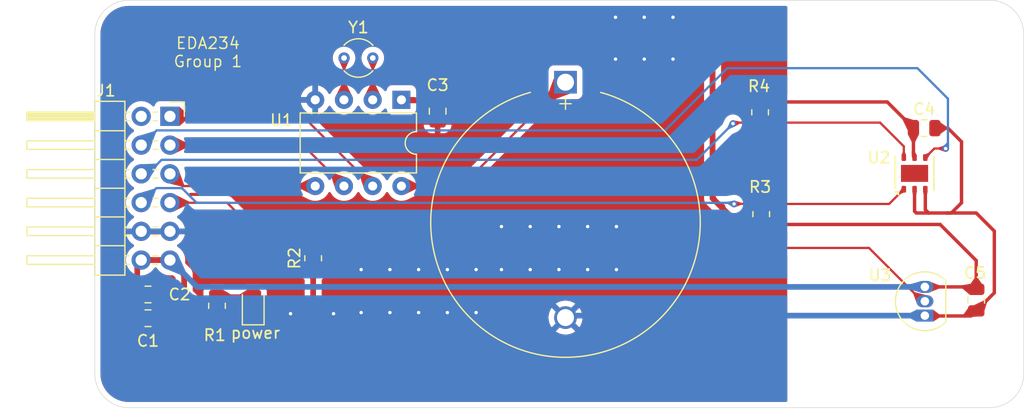
<source format=kicad_pcb>
(kicad_pcb (version 20240108) (generator "pcbnew") (generator_version "8.0")
  (layers (0 "F.Cu" signal) (31 "B.Cu" signal) (34 "B.Paste" user) (35 "F.Paste" user) (36 "B.SilkS" user "B.Silkscreen") (37 "F.SilkS" user "F.Silkscreen") (38 "B.Mask" user) (39 "F.Mask" user) (44 "Edge.Cuts" user))
  (net 0 "")
  (net 1 "+3.3V")
  (net 2 "GND")
  (net 3 "SDA")
  (net 4 "SCL")
  (net 5 "INT")
  (net 6 "CLK_rtl")
  (net 7 "RST_rtl")
  (net 8 "DAT")
  (net 9 "DQ")
  (net 10 "Net-(power1-A)")
  (net 12 "Net-(U3-X1)")
  (net 13 "Net-(U3-X2)")
  (net 14 "Net-(BT1-+)")
  (footprint "Connector_PinHeader_2.54mm:PinHeader_2x06_P2.54mm_Horizontal" (layer "F.Cu") (at 106.52 76.66)
    (property "Reference" "J1" (at 4.965 -2.27 0) (layer "F.SilkS"))
    (property "Value" "Conn_02x06_Top_Bottom")
    (fp_line (start -2.02 -0.38) (end -2.02 0.38) (stroke (width 0.12)) (layer "F.SilkS"))
    (fp_line (start -2.02 0.38) (end 3.98 0.38) (stroke (width 0.12)) (layer "F.SilkS"))
    (fp_line (start -2.02 2.16) (end -2.02 2.92) (stroke (width 0.12)) (layer "F.SilkS"))
    (fp_line (start -2.02 2.92) (end 3.98 2.92) (stroke (width 0.12)) (layer "F.SilkS"))
    (fp_line (start -2.02 4.7) (end -2.02 5.46) (stroke (width 0.12)) (layer "F.SilkS"))
    (fp_line (start -2.02 5.46) (end 3.98 5.46) (stroke (width 0.12)) (layer "F.SilkS"))
    (fp_line (start -2.02 7.24) (end -2.02 8) (stroke (width 0.12)) (layer "F.SilkS"))
    (fp_line (start -2.02 8) (end 3.98 8) (stroke (width 0.12)) (layer "F.SilkS"))
    (fp_line (start -2.02 9.78) (end -2.02 10.54) (stroke (width 0.12)) (layer "F.SilkS"))
    (fp_line (start -2.02 10.54) (end 3.98 10.54) (stroke (width 0.12)) (layer "F.SilkS"))
    (fp_line (start -2.02 12.32) (end -2.02 13.08) (stroke (width 0.12)) (layer "F.SilkS"))
    (fp_line (start -2.02 13.08) (end 3.98 13.08) (stroke (width 0.12)) (layer "F.SilkS"))
    (fp_line (start 3.98 -1.33) (end 6.64 -1.33) (stroke (width 0.12)) (layer "F.SilkS"))
    (fp_line (start 3.98 -0.38) (end -2.02 -0.38) (stroke (width 0.12)) (layer "F.SilkS"))
    (fp_line (start 3.98 -0.32) (end -2.02 -0.32) (stroke (width 0.12)) (layer "F.SilkS"))
    (fp_line (start 3.98 -0.2) (end -2.02 -0.2) (stroke (width 0.12)) (layer "F.SilkS"))
    (fp_line (start 3.98 -0.08) (end -2.02 -0.08) (stroke (width 0.12)) (layer "F.SilkS"))
    (fp_line (start 3.98 0.04) (end -2.02 0.04) (stroke (width 0.12)) (layer "F.SilkS"))
    (fp_line (start 3.98 0.16) (end -2.02 0.16) (stroke (width 0.12)) (layer "F.SilkS"))
    (fp_line (start 3.98 0.28) (end -2.02 0.28) (stroke (width 0.12)) (layer "F.SilkS"))
    (fp_line (start 3.98 2.16) (end -2.02 2.16) (stroke (width 0.12)) (layer "F.SilkS"))
    (fp_line (start 3.98 4.7) (end -2.02 4.7) (stroke (width 0.12)) (layer "F.SilkS"))
    (fp_line (start 3.98 7.24) (end -2.02 7.24) (stroke (width 0.12)) (layer "F.SilkS"))
    (fp_line (start 3.98 9.78) (end -2.02 9.78) (stroke (width 0.12)) (layer "F.SilkS"))
    (fp_line (start 3.98 12.32) (end -2.02 12.32) (stroke (width 0.12)) (layer "F.SilkS"))
    (fp_line (start 3.98 14.03) (end 3.98 -1.33) (stroke (width 0.12)) (layer "F.SilkS"))
    (fp_line (start 6.64 -1.33) (end 6.64 14.03) (stroke (width 0.12)) (layer "F.SilkS"))
    (fp_line (start 6.64 1.27) (end 3.98 1.27) (stroke (width 0.12)) (layer "F.SilkS"))
    (fp_line (start 6.64 3.81) (end 3.98 3.81) (stroke (width 0.12)) (layer "F.SilkS"))
    (fp_line (start 6.64 6.35) (end 3.98 6.35) (stroke (width 0.12)) (layer "F.SilkS"))
    (fp_line (start 6.64 8.89) (end 3.98 8.89) (stroke (width 0.12)) (layer "F.SilkS"))
    (fp_line (start 6.64 11.43) (end 3.98 11.43) (stroke (width 0.12)) (layer "F.SilkS"))
    (fp_line (start 6.64 14.03) (end 3.98 14.03) (stroke (width 0.12)) (layer "F.SilkS"))
    (fp_line (start 7.037071 -0.38) (end 6.64 -0.38) (stroke (width 0.12)) (layer "F.SilkS"))
    (fp_line (start 7.037071 0.38) (end 6.64 0.38) (stroke (width 0.12)) (layer "F.SilkS"))
    (fp_line (start 7.037071 2.16) (end 6.64 2.16) (stroke (width 0.12)) (layer "F.SilkS"))
    (fp_line (start 7.037071 2.92) (end 6.64 2.92) (stroke (width 0.12)) (layer "F.SilkS"))
    (fp_line (start 7.037071 4.7) (end 6.64 4.7) (stroke (width 0.12)) (layer "F.SilkS"))
    (fp_line (start 7.037071 5.46) (end 6.64 5.46) (stroke (width 0.12)) (layer "F.SilkS"))
    (fp_line (start 7.037071 7.24) (end 6.64 7.24) (stroke (width 0.12)) (layer "F.SilkS"))
    (fp_line (start 7.037071 8) (end 6.64 8) (stroke (width 0.12)) (layer "F.SilkS"))
    (fp_line (start 7.037071 9.78) (end 6.64 9.78) (stroke (width 0.12)) (layer "F.SilkS"))
    (fp_line (start 7.037071 10.54) (end 6.64 10.54) (stroke (width 0.12)) (layer "F.SilkS"))
    (fp_line (start 7.037071 12.32) (end 6.64 12.32) (stroke (width 0.12)) (layer "F.SilkS"))
    (fp_line (start 7.037071 13.08) (end 6.64 13.08) (stroke (width 0.12)) (layer "F.SilkS"))
    (fp_line (start 9.51 -0.38) (end 9.122929 -0.38) (stroke (width 0.12)) (layer "F.SilkS"))
    (fp_line (start 9.51 0.38) (end 9.122929 0.38) (stroke (width 0.12)) (layer "F.SilkS"))
    (fp_line (start 9.577071 2.16) (end 9.122929 2.16) (stroke (width 0.12)) (layer "F.SilkS"))
    (fp_line (start 9.577071 2.92) (end 9.122929 2.92) (stroke (width 0.12)) (layer "F.SilkS"))
    (fp_line (start 9.577071 4.7) (end 9.122929 4.7) (stroke (width 0.12)) (layer "F.SilkS"))
    (fp_line (start 9.577071 5.46) (end 9.122929 5.46) (stroke (width 0.12)) (layer "F.SilkS"))
    (fp_line (start 9.577071 7.24) (end 9.122929 7.24) (stroke (width 0.12)) (layer "F.SilkS"))
    (fp_line (start 9.577071 8) (end 9.122929 8) (stroke (width 0.12)) (layer "F.SilkS"))
    (fp_line (start 9.577071 9.78) (end 9.122929 9.78) (stroke (width 0.12)) (layer "F.SilkS"))
    (fp_line (start 9.577071 10.54) (end 9.122929 10.54) (stroke (width 0.12)) (layer "F.SilkS"))
    (fp_line (start 9.577071 12.32) (end 9.122929 12.32) (stroke (width 0.12)) (layer "F.SilkS"))
    (fp_line (start 9.577071 13.08) (end 9.122929 13.08) (stroke (width 0.12)) (layer "F.SilkS"))
    (fp_line (start 11.89 -1.27) (end 10.62 -1.27) (stroke (width 0.12)) (layer "F.SilkS"))
    (fp_line (start 11.89 0) (end 11.89 -1.27) (stroke (width 0.12)) (layer "F.SilkS"))
    (pad "1" thru_hole rect (at 10.62 0) (size 1.7 1.7) (drill 1) (layers "*.Cu" "*.Mask") (net 6 "CLK_rtl"))
    (pad "2" thru_hole oval (at 10.62 2.54) (size 1.7 1.7) (drill 1) (layers "*.Cu" "*.Mask") (net 8 "DAT"))
    (pad "3" thru_hole oval (at 10.62 5.08) (size 1.7 1.7) (drill 1) (layers "*.Cu" "*.Mask") (net 7 "RST_rtl"))
    (pad "4" thru_hole oval (at 10.62 7.62) (size 1.7 1.7) (drill 1) (layers "*.Cu" "*.Mask") (net 9 "DQ"))
    (pad "5" thru_hole oval (at 10.62 10.16) (size 1.7 1.7) (drill 1) (layers "*.Cu" "*.Mask") (net 2 "GND"))
    (pad "6" thru_hole oval (at 10.62 12.7) (size 1.7 1.7) (drill 1) (layers "*.Cu" "*.Mask") (net 1 "+3.3V"))
    (pad "7" thru_hole oval (at 8.08 0) (size 1.7 1.7) (drill 1) (layers "*.Cu" "*.Mask"))
    (pad "8" thru_hole oval (at 8.08 2.54) (size 1.7 1.7) (drill 1) (layers "*.Cu" "*.Mask") (net 5 "INT"))
    (pad "9" thru_hole oval (at 8.08 5.08) (size 1.7 1.7) (drill 1) (layers "*.Cu" "*.Mask") (net 4 "SCL"))
    (pad "10" thru_hole oval (at 8.08 7.62) (size 1.7 1.7) (drill 1) (layers "*.Cu" "*.Mask") (net 3 "SDA"))
    (pad "11" thru_hole oval (at 8.08 10.16) (size 1.7 1.7) (drill 1) (layers "*.Cu" "*.Mask") (net 2 "GND"))
    (pad "12" thru_hole oval (at 8.08 12.7) (size 1.7 1.7) (drill 1) (layers "*.Cu" "*.Mask") (net 1 "+3.3V"))
  )
  (footprint "Battery:BatteryHolder_MYOUNG_BS-07-A1BJ001_CR2032" (layer "F.Cu") (at 152.1 73.642546 -90)
    (property "Reference" "BT1" (hide yes))
    (property "Value" "Battery_Cell" (hide yes))
    (fp_line (start 1.4 0) (end 2.4 0) (stroke (width 0.12)) (layer "F.SilkS"))
    (fp_line (start 1.9 -0.5) (end 1.9 0.5) (stroke (width 0.12)) (layer "F.SilkS"))
    (fp_arc (start 0.900001 -3.1) (mid 24.310499 0) (end 0.900001 3.1) (stroke (width 0.12)) (layer "F.SilkS"))
    (pad "1" thru_hole rect (at 0 0 90) (size 2 2) (drill 1.5) (layers "*.Cu" "*.Mask") (net 14 "Net-(BT1-+)"))
    (pad "2" thru_hole circle (at 20.8 0 90) (size 2 2) (drill 1.5) (layers "*.Cu" "*.Mask") (net 2 "GND"))
  )
  (footprint "LED_SMD:LED_0805_2012Metric" (layer "F.Cu") (at 124.5 93.4 90)
    (property "Reference" "power" (at -2.4 0.2 180) (layer "F.SilkS"))
    (property "Value" "LED")
    (fp_line (start 1 -0.96) (end -1.685 -0.96) (stroke (width 0.12)) (layer "F.SilkS"))
    (fp_line (start -1.685 -0.96) (end -1.685 0.96) (stroke (width 0.12)) (layer "F.SilkS"))
    (fp_line (start -1.685 0.96) (end 1 0.96) (stroke (width 0.12)) (layer "F.SilkS"))
    (pad "1" smd roundrect (at -0.9375 0 90) (size 0.975 1.4) (layers "F.Cu" "F.Paste" "F.Mask") (net 2 "GND"))
    (pad "2" smd roundrect (at 0.9375 0 90) (size 0.975 1.4) (layers "F.Cu" "F.Paste" "F.Mask") (net 10 "Net-(power1-A)"))
  )
  (footprint "Capacitor_SMD:C_0805_2012Metric" (layer "F.Cu") (at 188.4 92.9 -90)
    (property "Reference" "C5" (at -2.4 0.1 180) (layer "F.SilkS"))
    (property "Value" "100n" (hide yes))
    (fp_line (start -0.261252 0.735) (end 0.261252 0.735) (stroke (width 0.12)) (layer "F.SilkS"))
    (fp_line (start -0.261252 -0.735) (end 0.261252 -0.735) (stroke (width 0.12)) (layer "F.SilkS"))
    (pad "1" smd roundrect (at -0.95 0 270) (size 1 1.45) (layers "F.Cu" "F.Paste" "F.Mask") (net 1 "+3.3V"))
    (pad "2" smd roundrect (at 0.95 0 270) (size 1 1.45) (layers "F.Cu" "F.Paste" "F.Mask") (net 2 "GND"))
  )
  (footprint "Crystal:Crystal_AT310_D3.0mm_L10.0mm_Vertical" (layer "F.Cu") (at 132.53 71.5)
    (property "Reference" "Y1" (at 1.27 -2.7 0) (layer "F.SilkS"))
    (property "Value" "Crystal" (hide yes))
    (fp_arc (start 0 -1.130088) (mid 1.270408 -1.7) (end 2.540542 -1.129479) (stroke (width 0.12)) (layer "F.SilkS"))
    (fp_arc (start 2.540542 1.129479) (mid 1.270408 1.7) (end 0 1.130088) (stroke (width 0.12)) (layer "F.SilkS"))
    (pad "1" thru_hole circle (at 0 0) (size 1 1) (drill 0.5) (layers "*.Cu" "*.Mask") (net 13 "Net-(U3-X2)"))
    (pad "2" thru_hole circle (at 2.54 0) (size 1 1) (drill 0.5) (layers "*.Cu" "*.Mask") (net 12 "Net-(U3-X1)"))
  )
  (footprint "Capacitor_SMD:C_0805_2012Metric" (layer "F.Cu") (at 115.2 94.5)
    (property "Reference" "C1" (at 0 2 0) (layer "F.SilkS"))
    (property "Value" "100n" (hide yes))
    (fp_line (start -0.261252 -0.735) (end 0.261252 -0.735) (stroke (width 0.12)) (layer "F.SilkS"))
    (fp_line (start -0.261252 0.735) (end 0.261252 0.735) (stroke (width 0.12)) (layer "F.SilkS"))
    (pad "1" smd roundrect (at -0.95 0) (size 1 1.45) (layers "F.Cu" "F.Paste" "F.Mask") (net 1 "+3.3V"))
    (pad "2" smd roundrect (at 0.95 0) (size 1 1.45) (layers "F.Cu" "F.Paste" "F.Mask") (net 2 "GND"))
  )
  (footprint "Capacitor_SMD:C_0805_2012Metric" (layer "F.Cu") (at 115.2 92.4)
    (property "Reference" "C2" (at 2.8 0 0) (layer "F.SilkS"))
    (property "Value" "10u")
    (fp_line (start -0.261252 -0.735) (end 0.261252 -0.735) (stroke (width 0.12)) (layer "F.SilkS"))
    (fp_line (start -0.261252 0.735) (end 0.261252 0.735) (stroke (width 0.12)) (layer "F.SilkS"))
    (pad "1" smd roundrect (at -0.95 0) (size 1 1.45) (layers "F.Cu" "F.Paste" "F.Mask") (net 1 "+3.3V"))
    (pad "2" smd roundrect (at 0.95 0) (size 1 1.45) (layers "F.Cu" "F.Paste" "F.Mask") (net 2 "GND"))
  )
  (footprint "Capacitor_SMD:C_0805_2012Metric" (layer "F.Cu") (at 140.8 76.2 -90)
    (property "Reference" "C3" (at -2.3 0 0) (layer "F.SilkS"))
    (property "Value" "100n" (hide yes))
    (fp_line (start -0.261252 0.735) (end 0.261252 0.735) (stroke (width 0.12)) (layer "F.SilkS"))
    (fp_line (start -0.261252 -0.735) (end 0.261252 -0.735) (stroke (width 0.12)) (layer "F.SilkS"))
    (pad "1" smd roundrect (at -0.95 0 270) (size 1 1.45) (layers "F.Cu" "F.Paste" "F.Mask") (net 1 "+3.3V"))
    (pad "2" smd roundrect (at 0.95 0 270) (size 1 1.45) (layers "F.Cu" "F.Paste" "F.Mask") (net 2 "GND"))
  )
  (footprint "Package_DIP:DIP-8_W7.62mm" (layer "F.Cu") (at 137.6 75.2 -90)
    (property "Reference" "U1" (at 1.8 10.6 0) (layer "F.SilkS"))
    (property "Value" "DS1302+" (hide yes))
    (fp_line (start 1.16 8.95) (end 6.46 8.95) (stroke (width 0.12)) (layer "F.SilkS"))
    (fp_line (start 6.46 8.95) (end 6.46 -1.33) (stroke (width 0.12)) (layer "F.SilkS"))
    (fp_line (start 1.16 -1.33) (end 1.16 8.95) (stroke (width 0.12)) (layer "F.SilkS"))
    (fp_line (start 2.81 -1.33) (end 1.16 -1.33) (stroke (width 0.12)) (layer "F.SilkS"))
    (fp_line (start 6.46 -1.33) (end 4.81 -1.33) (stroke (width 0.12)) (layer "F.SilkS"))
    (fp_arc (start 4.81 -1.33) (mid 3.81 -0.33) (end 2.81 -1.33) (stroke (width 0.12)) (layer "F.SilkS"))
    (pad "1" thru_hole rect (at 0 0 270) (size 1.6 1.6) (drill 0.8) (layers "*.Cu" "*.Mask") (net 1 "+3.3V"))
    (pad "2" thru_hole oval (at 0 2.54 270) (size 1.6 1.6) (drill 0.8) (layers "*.Cu" "*.Mask") (net 12 "Net-(U3-X1)"))
    (pad "3" thru_hole oval (at 0 5.08 270) (size 1.6 1.6) (drill 0.8) (layers "*.Cu" "*.Mask") (net 13 "Net-(U3-X2)"))
    (pad "4" thru_hole oval (at 0 7.62 270) (size 1.6 1.6) (drill 0.8) (layers "*.Cu" "*.Mask") (net 2 "GND"))
    (pad "5" thru_hole oval (at 7.62 7.62 270) (size 1.6 1.6) (drill 0.8) (layers "*.Cu" "*.Mask") (net 7 "RST_rtl"))
    (pad "6" thru_hole oval (at 7.62 5.08 270) (size 1.6 1.6) (drill 0.8) (layers "*.Cu" "*.Mask") (net 8 "DAT"))
    (pad "7" thru_hole oval (at 7.62 2.54 270) (size 1.6 1.6) (drill 0.8) (layers "*.Cu" "*.Mask") (net 6 "CLK_rtl"))
    (pad "8" thru_hole oval (at 7.62 0 270) (size 1.6 1.6) (drill 0.8) (layers "*.Cu" "*.Mask") (net 14 "Net-(BT1-+)"))
  )
  (footprint "Resistor_SMD:R_0805_2012Metric" (layer "F.Cu") (at 169.4 85.3 90)
    (property "Reference" "R3" (at 2.4 -0.1 0) (layer "F.SilkS"))
    (property "Value" "4.7k" (hide yes))
    (fp_line (start -0.227064 -0.735) (end 0.227064 -0.735) (stroke (width 0.12)) (layer "F.SilkS"))
    (fp_line (start -0.227064 0.735) (end 0.227064 0.735) (stroke (width 0.12)) (layer "F.SilkS"))
    (pad "1" smd roundrect (at -0.9125 0 90) (size 1.025 1.4) (layers "F.Cu" "F.Paste" "F.Mask") (roundrect_rratio 0.243902) (net 1 "+3.3V"))
    (pad "2" smd roundrect (at 0.9125 0 90) (size 1.025 1.4) (layers "F.Cu" "F.Paste" "F.Mask") (roundrect_rratio 0.243902) (net 3 "SDA"))
  )
  (footprint "Resistor_SMD:R_0805_2012Metric" (layer "F.Cu") (at 121.3 93.4 90)
    (property "Reference" "R1" (at -2.6 -0.2 180) (layer "F.SilkS"))
    (property "Value" "R")
    (fp_line (start -0.227064 -0.735) (end 0.227064 -0.735) (stroke (width 0.12)) (layer "F.SilkS"))
    (fp_line (start -0.227064 0.735) (end 0.227064 0.735) (stroke (width 0.12)) (layer "F.SilkS"))
    (pad "1" smd roundrect (at -0.9125 0 90) (size 1.025 1.4) (layers "F.Cu" "F.Paste" "F.Mask") (roundrect_rratio 0.243902) (net 1 "+3.3V"))
    (pad "2" smd roundrect (at 0.9125 0 90) (size 1.025 1.4) (layers "F.Cu" "F.Paste" "F.Mask") (roundrect_rratio 0.243902) (net 10 "Net-(power1-A)"))
  )
  (footprint "Package_SON:Texas_PWSON-N6" (layer "F.Cu") (at 182.95 81.7 90)
    (property "Reference" "U2" (at 1.4 -3.15 180) (layer "F.SilkS"))
    (property "Value" "HDC2080" (hide yes))
    (fp_line (start 1.475 -1.7) (end -1.3 -1.7) (stroke (width 0.15)) (layer "F.SilkS"))
    (fp_line (start 1.475 1.7) (end -1.475 1.7) (stroke (width 0.15)) (layer "F.SilkS"))
    (fp_poly (pts (xy -1.62 -1.41) (xy -1.9 -1.41) (xy -1.62 -1.69) (xy -1.62 -1.41)) (stroke (width 0.12)) (fill solid) (layer "F.SilkS"))
    (pad "1" smd roundrect (at -1.4 -0.95 90) (size 0.6 0.4) (layers "F.Cu" "F.Paste" "F.Mask") (net 3 "SDA"))
    (pad "2" smd roundrect (at -1.4 0 90) (size 0.6 0.4) (layers "F.Cu" "F.Paste" "F.Mask") (net 2 "GND"))
    (pad "3" smd roundrect (at -1.4 0.95 90) (size 0.6 0.4) (layers "F.Cu" "F.Paste" "F.Mask") (net 2 "GND"))
    (pad "4" smd roundrect (at 1.4 0.95 90) (size 0.6 0.4) (layers "F.Cu" "F.Paste" "F.Mask") (net 5 "INT"))
    (pad "5" smd roundrect (at 1.4 0 90) (size 0.6 0.4) (layers "F.Cu" "F.Paste" "F.Mask") (net 1 "+3.3V"))
    (pad "6" smd roundrect (at 1.4 -0.95 90) (size 0.6 0.4) (layers "F.Cu" "F.Paste" "F.Mask") (net 4 "SCL"))
    (pad "7" smd rect (at 0 0 90) (size 1.5 2.4) (layers "F.Cu" "F.Mask"))
  )
  (footprint "Resistor_SMD:R_0805_2012Metric" (layer "F.Cu") (at 129.8 89.2 90)
    (property "Reference" "R2" (at 0 -1.65 90) (layer "F.SilkS"))
    (property "Value" "4.7k")
    (fp_line (start -0.227064 -0.735) (end 0.227064 -0.735) (stroke (width 0.12)) (layer "F.SilkS"))
    (fp_line (start -0.227064 0.735) (end 0.227064 0.735) (stroke (width 0.12)) (layer "F.SilkS"))
    (pad "1" smd roundrect (at -0.9125 0 90) (size 1.025 1.4) (layers "F.Cu" "F.Paste" "F.Mask") (roundrect_rratio 0.243902) (net 1 "+3.3V"))
    (pad "2" smd roundrect (at 0.9125 0 90) (size 1.025 1.4) (layers "F.Cu" "F.Paste" "F.Mask") (roundrect_rratio 0.243902) (net 9 "DQ"))
  )
  (footprint "Package_TO_SOT_THT:TO-92_Inline" (layer "F.Cu") (at 183.86 94.27 90)
    (property "Reference" "U3" (at 3.57 -3.96 180) (layer "F.SilkS"))
    (property "Value" "DS18S20" (hide yes))
    (fp_line (start -0.53 1.85) (end 3.07 1.85) (stroke (width 0.12)) (layer "F.SilkS"))
    (fp_arc (start 1.27 -2.6) (mid 3.672087 -0.994977) (end 3.108478 1.838478) (stroke (width 0.12)) (layer "F.SilkS"))
    (fp_arc (start -0.568478 1.838478) (mid -1.132087 -0.994977) (end 1.27 -2.6) (stroke (width 0.12)) (layer "F.SilkS"))
    (pad "1" thru_hole rect (at 0 0 90) (size 1.05 1.5) (drill 0.75) (layers "*.Cu" "*.Mask") (net 2 "GND"))
    (pad "2" thru_hole oval (at 1.27 0 90) (size 1.05 1.5) (drill 0.75) (layers "*.Cu" "*.Mask") (net 9 "DQ"))
    (pad "3" thru_hole oval (at 2.54 0 90) (size 1.05 1.5) (drill 0.75) (layers "*.Cu" "*.Mask") (net 1 "+3.3V"))
  )
  (footprint "Capacitor_SMD:C_0805_2012Metric" (layer "F.Cu") (at 183.8 77.7)
    (property "Reference" "C4" (at 0 -1.68 0) (layer "F.SilkS"))
    (property "Value" "100n" (hide yes))
    (fp_line (start -0.261252 -0.735) (end 0.261252 -0.735) (stroke (width 0.12)) (layer "F.SilkS"))
    (fp_line (start -0.261252 0.735) (end 0.261252 0.735) (stroke (width 0.12)) (layer "F.SilkS"))
    (pad "1" smd roundrect (at -0.95 0) (size 1 1.45) (layers "F.Cu" "F.Paste" "F.Mask") (net 1 "+3.3V"))
    (pad "2" smd roundrect (at 0.95 0) (size 1 1.45) (layers "F.Cu" "F.Paste" "F.Mask") (net 2 "GND"))
  )
  (footprint "Resistor_SMD:R_0805_2012Metric" (layer "F.Cu") (at 169.3 76.3 -90)
    (property "Reference" "R4" (at -2.3 0.1 180) (layer "F.SilkS"))
    (property "Value" "4.7k" (hide yes))
    (fp_line (start -0.227064 0.735) (end 0.227064 0.735) (stroke (width 0.12)) (layer "F.SilkS"))
    (fp_line (start -0.227064 -0.735) (end 0.227064 -0.735) (stroke (width 0.12)) (layer "F.SilkS"))
    (pad "1" smd roundrect (at -0.9125 0 270) (size 1.025 1.4) (layers "F.Cu" "F.Paste" "F.Mask") (roundrect_rratio 0.243902) (net 1 "+3.3V"))
    (pad "2" smd roundrect (at 0.9125 0 270) (size 1.025 1.4) (layers "F.Cu" "F.Paste" "F.Mask") (roundrect_rratio 0.243902) (net 4 "SCL"))
  )
  (gr_arc (start 189.6 66.4) (mid 191.72132 67.27868) (end 192.6 69.4) (stroke (width 0.05)) (layer "Edge.Cuts"))
  (gr_line (start 189.6 102.4) (end 113.5 102.4) (stroke (width 0.05)) (layer "Edge.Cuts"))
  (gr_arc (start 113.5 102.4) (mid 111.37868 101.52132) (end 110.5 99.4) (stroke (width 0.05)) (layer "Edge.Cuts"))
  (gr_line (start 110.5 99.4) (end 110.5 69.4) (stroke (width 0.05)) (layer "Edge.Cuts"))
  (gr_arc (start 192.6 99.4) (mid 191.72132 101.52132) (end 189.6 102.4) (stroke (width 0.05)) (layer "Edge.Cuts"))
  (gr_line (start 113.5 66.4) (end 189.6 66.4) (stroke (width 0.05)) (layer "Edge.Cuts"))
  (gr_arc (start 110.5 69.4) (mid 111.37868 67.27868) (end 113.5 66.4) (stroke (width 0.05)) (layer "Edge.Cuts"))
  (gr_line (start 192.6 69.4) (end 192.6 99.4) (stroke (width 0.05)) (layer "Edge.Cuts"))
  (gr_text "EDA234\nGroup 1" (at 120.5 71 0) (layer "F.SilkS") (effects (font (size 1 1) (thickness 0.125))))
  (segment (start 188.4 89.4) (end 185.2125 86.2125) (width 0.3) (layer "F.Cu") (net 1))
  (segment (start 188.18 91.73) (end 188.4 91.95) (width 0.2) (layer "F.Cu") (net 1))
  (segment (start 137.65 75.25) (end 137.6 75.2) (width 0.5) (layer "F.Cu") (net 1))
  (segment (start 162.4 69.5) (end 145 69.5) (width 0.5) (layer "F.Cu") (net 1))
  (segment (start 118.4 92.4) (end 120.3125 94.3125) (width 0.5) (layer "F.Cu") (net 1))
  (segment (start 165.1 77.051471) (end 165.1 83.9) (width 0.5) (layer "F.Cu") (net 1))
  (segment (start 185.2125 86.2125) (end 169.4 86.2125) (width 0.3) (layer "F.Cu") (net 1))
  (segment (start 165.1 76.6) (end 165.1 77.051471) (width 0.5) (layer "F.Cu") (net 1))
  (segment (start 166.3125 75.3875) (end 165.1 76.6) (width 0.5) (layer "F.Cu") (net 1))
  (segment (start 183.86 91.73) (end 188.18 91.73) (width 0.3) (layer "F.Cu") (net 1))
  (segment (start 118.4 90.62) (end 117.14 89.36) (width 0.5) (layer "F.Cu") (net 1))
  (segment (start 182.85 80.2) (end 182.95 80.3) (width 0.2) (layer "F.Cu") (net 1))
  (segment (start 120.3125 94.3125) (end 121.3 94.3125) (width 0.5) (layer "F.Cu") (net 1))
  (segment (start 114.6 89.36) (end 117.14 89.36) (width 0.5) (layer "F.Cu") (net 1))
  (segment (start 167.4125 86.2125) (end 169.4 86.2125) (width 0.5) (layer "F.Cu") (net 1))
  (segment (start 165.1 77.051471) (end 165.1 72.2) (width 0.5) (layer "F.Cu") (net 1))
  (segment (start 188.4 91.95) (end 188.4 89.4) (width 0.3) (layer "F.Cu") (net 1))
  (segment (start 114.25 89.71) (end 114.25 92.4) (width 0.5) (layer "F.Cu") (net 1))
  (segment (start 182.85 77.7) (end 180.5375 75.3875) (width 0.3) (layer "F.Cu") (net 1))
  (segment (start 165.1 83.9) (end 167.4125 86.2125) (width 0.5) (layer "F.Cu") (net 1))
  (segment (start 140.8 75.25) (end 137.65 75.25) (width 0.5) (layer "F.Cu") (net 1))
  (segment (start 114.25 94.5) (end 114.25 92.4) (width 0.5) (layer "F.Cu") (net 1))
  (segment (start 121.3 94.3125) (end 121.3 95.5) (width 0.5) (layer "F.Cu") (net 1))
  (segment (start 180.5375 75.3875) (end 169.3 75.3875) (width 0.3) (layer "F.Cu") (net 1))
  (segment (start 114.25 92.4) (end 114.3 92.35) (width 0.5) (layer "F.Cu") (net 1))
  (segment (start 145 69.5) (end 140.8 73.7) (width 0.5) (layer "F.Cu") (net 1))
  (segment (start 182.85 77.7) (end 182.85 80.2) (width 0.3) (layer "F.Cu") (net 1))
  (segment (start 169.3 75.3875) (end 166.3125 75.3875) (width 0.5) (layer "F.Cu") (net 1))
  (segment (start 118.4 90.62) (end 118.4 92.4) (width 0.5) (layer "F.Cu") (net 1))
  (segment (start 165.1 72.2) (end 162.4 69.5) (width 0.5) (layer "F.Cu") (net 1))
  (segment (start 129.8 95.6) (end 129.8 90.1125) (width 0.5) (layer "F.Cu") (net 1))
  (segment (start 121.3 95.5) (end 122.4 96.6) (width 0.5) (layer "F.Cu") (net 1))
  (segment (start 128.8 96.6) (end 129.8 95.6) (width 0.5) (layer "F.Cu") (net 1))
  (segment (start 122.4 96.6) (end 128.8 96.6) (width 0.5) (layer "F.Cu") (net 1))
  (segment (start 114.6 89.36) (end 114.25 89.71) (width 0.5) (layer "F.Cu") (net 1))
  (segment (start 140.8 73.7) (end 140.8 75.25) (width 0.5) (layer "F.Cu") (net 1))
  (segment (start 119.545 91.73) (end 117.19 89.375) (width 0.5) (layer "B.Cu") (net 1))
  (segment (start 183.86 91.73) (end 119.545 91.73) (width 0.5) (layer "B.Cu") (net 1))
  (segment (start 187.95 94.3) (end 183.89 94.3) (width 0.3) (layer "F.Cu") (net 2))
  (segment (start 190 92.25) (end 188.4 93.85) (width 0.3) (layer "F.Cu") (net 2))
  (segment (start 114.65 86.835) (end 117.19 86.835) (width 0.5) (layer "F.Cu") (net 2))
  (segment (start 183.89 94.3) (end 183.86 94.27) (width 0.2) (layer "F.Cu") (net 2))
  (segment (start 186.25 85.15) (end 186.2 85.2) (width 0.2) (layer "F.Cu") (net 2))
  (segment (start 185.8 85.2) (end 186.6 85.2) (width 0.3) (layer "F.Cu") (net 2))
  (segment (start 186.25 85.15) (end 186.3 85.2) (width 0.2) (layer "F.Cu") (net 2))
  (segment (start 185.9 77.7) (end 187.1 78.9) (width 0.3) (layer "F.Cu") (net 2))
  (segment (start 184.2 85.2) (end 183.9 84.9) (width 0.3) (layer "F.Cu") (net 2))
  (segment (start 187.1 78.9) (end 187.1 84.3) (width 0.3) (layer "F.Cu") (net 2))
  (segment (start 188.4 93.85) (end 187.95 94.3) (width 0.2) (layer "F.Cu") (net 2))
  (segment (start 183.9 84.9) (end 183.9 83.1) (width 0.3) (layer "F.Cu") (net 2))
  (segment (start 190 86.8) (end 190 92.25) (width 0.3) (layer "F.Cu") (net 2))
  (segment (start 186.6 85.2) (end 188.4 85.2) (width 0.3) (layer "F.Cu") (net 2))
  (segment (start 184.2 85.2) (end 183.1 85.2) (width 0.3) (layer "F.Cu") (net 2))
  (segment (start 184.75 77.7) (end 185.9 77.7) (width 0.3) (layer "F.Cu") (net 2))
  (segment (start 182.95 85.05) (end 182.95 83.1) (width 0.3) (layer "F.Cu") (net 2))
  (segment (start 187.1 84.3) (end 186.25 85.15) (width 0.3) (layer "F.Cu") (net 2))
  (segment (start 183.1 85.2) (end 182.95 85.05) (width 0.3) (layer "F.Cu") (net 2))
  (segment (start 188.4 85.2) (end 190 86.8) (width 0.3) (layer "F.Cu") (net 2))
  (segment (start 186.2 85.2) (end 185.8 85.2) (width 0.3) (layer "F.Cu") (net 2))
  (segment (start 186.3 85.2) (end 186.6 85.2) (width 0.2) (layer "F.Cu") (net 2))
  (segment (start 185.8 85.2) (end 184.2 85.2) (width 0.3) (layer "F.Cu") (net 2))
  (via (at 141.66 90.2) (size 0.6) (drill 0.3) (layers "F.Cu" "B.Cu") (net 2))
  (via (at 136.58 94) (size 0.6) (drill 0.3) (layers "F.Cu" "B.Cu") (net 2))
  (via (at 139.12 90.2) (size 0.6) (drill 0.3) (layers "F.Cu" "B.Cu") (net 2))
  (via (at 146.44 86.4) (size 0.6) (drill 0.3) (layers "F.Cu" "B.Cu") (net 2))
  (via (at 136.58 90.2) (size 0.6) (drill 0.3) (layers "F.Cu" "B.Cu") (net 2))
  (via (at 151.52 86.4) (size 0.6) (drill 0.3) (layers "F.Cu" "B.Cu") (net 2))
  (via (at 156.52 67.9) (size 0.6) (drill 0.3) (layers "F.Cu" "B.Cu") (net 2))
  (via (at 161.6 67.9) (size 0.6) (drill 0.3) (layers "F.Cu" "B.Cu") (net 2))
  (via (at 154.06 90.2) (size 0.6) (drill 0.3) (layers "F.Cu" "B.Cu") (net 2))
  (via (at 156.6 86.4) (size 0.6) (drill 0.3) (layers "F.Cu" "B.Cu") (net 2))
  (via (at 139.12 94) (size 0.6) (drill 0.3) (layers "F.Cu" "B.Cu") (net 2))
  (via (at 154.06 86.4) (size 0.6) (drill 0.3) (layers "F.Cu" "B.Cu") (net 2))
  (via (at 148.98 86.4) (size 0.6) (drill 0.3) (layers "F.Cu" "B.Cu") (net 2))
  (via (at 159.06 71.6) (size 0.6) (drill 0.3) (layers "F.Cu" "B.Cu") (net 2))
  (via (at 127.8 94.1) (size 0.6) (drill 0.3) (layers "F.Cu" "B.Cu") (net 2))
  (via (at 144.2 90.2) (size 0.6) (drill 0.3) (layers "F.Cu" "B.Cu") (net 2))
  (via (at 156.52 71.6) (size 0.6) (drill 0.3) (layers "F.Cu" "B.Cu") (net 2))
  (via (at 159.06 67.9) (size 0.6) (drill 0.3) (layers "F.Cu" "B.Cu") (net 2))
  (via (at 131.6 94.1) (size 0.6) (drill 0.3) (layers "F.Cu" "B.Cu") (net 2))
  (via (at 144.2 94) (size 0.6) (drill 0.3) (layers "F.Cu" "B.Cu") (net 2))
  (via (at 161.6 71.6) (size 0.6) (drill 0.3) (layers "F.Cu" "B.Cu") (net 2))
  (via (at 146.44 90.2) (size 0.6) (drill 0.3) (layers "F.Cu" "B.Cu") (net 2))
  (via (at 134.04 90.2) (size 0.6) (drill 0.3) (layers "F.Cu" "B.Cu") (net 2))
  (via (at 148.98 90.2) (size 0.6) (drill 0.3) (layers "F.Cu" "B.Cu") (net 2))
  (via (at 141.66 94) (size 0.6) (drill 0.3) (layers "F.Cu" "B.Cu") (net 2))
  (via (at 151.52 90.2) (size 0.6) (drill 0.3) (layers "F.Cu" "B.Cu") (net 2))
  (via (at 156.6 90.2) (size 0.6) (drill 0.3) (layers "F.Cu" "B.Cu") (net 2))
  (via (at 134.04 94) (size 0.6) (drill 0.3) (layers "F.Cu" "B.Cu") (net 2))
  (segment (start 183.86 94.27) (end 152.272546 94.27) (width 0.5) (layer "B.Cu") (net 2))
  (segment (start 167 84.4) (end 167.0125 84.3875) (width 0.2) (layer "F.Cu") (net 3))
  (segment (start 167.0125 84.3875) (end 169.4 84.3875) (width 0.2) (layer "F.Cu") (net 3))
  (segment (start 182 83.1) (end 180.7 84.4) (width 0.2) (layer "F.Cu") (net 3))
  (segment (start 180.7 84.4) (end 169.4125 84.4) (width 0.2) (layer "F.Cu") (net 3))
  (via (at 167 84.4) (size 0.6) (drill 0.3) (layers "F.Cu" "B.Cu") (net 3))
  (segment (start 167 84.4) (end 166.9 84.3) (width 0.2) (layer "B.Cu") (net 3))
  (segment (start 115.945 83) (end 114.65 84.295) (width 0.2) (layer "B.Cu") (net 3))
  (segment (start 166.9 84.3) (end 119.5 84.3) (width 0.2) (layer "B.Cu") (net 3))
  (segment (start 118.2 83) (end 115.945 83) (width 0.2) (layer "B.Cu") (net 3))
  (segment (start 119.5 84.3) (end 118.2 83) (width 0.2) (layer "B.Cu") (net 3))
  (segment (start 179.9 77.2125) (end 182 79.3125) (width 0.2) (layer "F.Cu") (net 4))
  (segment (start 179.9 77.2125) (end 169.3 77.2125) (width 0.2) (layer "F.Cu") (net 4))
  (segment (start 182 80.3) (end 182 79.3125) (width 0.2) (layer "F.Cu") (net 4))
  (segment (start 166.9 77.3) (end 166.9875 77.2125) (width 0.2) (layer "F.Cu") (net 4))
  (segment (start 166.9875 77.2125) (end 169.3 77.2125) (width 0.2) (layer "F.Cu") (net 4))
  (via (at 166.9 77.3) (size 0.6) (drill 0.3) (layers "F.Cu" "B.Cu") (net 4))
  (segment (start 166.9 77.3) (end 163.7 80.5) (width 0.2) (layer "B.Cu") (net 4))
  (segment (start 115.145 81.755) (end 114.65 81.755) (width 0.2) (layer "B.Cu") (net 4))
  (segment (start 163.7 80.5) (end 116.4 80.5) (width 0.2) (layer "B.Cu") (net 4))
  (segment (start 116.4 80.5) (end 115.145 81.755) (width 0.2) (layer "B.Cu") (net 4))
  (segment (start 184.7 79.5) (end 185.7 79.5) (width 0.2) (layer "F.Cu") (net 5))
  (segment (start 183.9 80.3) (end 184.7 79.5) (width 0.2) (layer "F.Cu") (net 5))
  (via (at 185.7 79.5) (size 0.6) (drill 0.3) (layers "F.Cu" "B.Cu") (net 5))
  (segment (start 183.2 72.4) (end 166.4 72.4) (width 0.2) (layer "B.Cu") (net 5))
  (segment (start 115.965 77.9) (end 114.65 79.215) (width 0.2) (layer "B.Cu") (net 5))
  (segment (start 166.4 72.4) (end 160.9 77.9) (width 0.2) (layer "B.Cu") (net 5))
  (segment (start 160.9 77.9) (end 115.965 77.9) (width 0.2) (layer "B.Cu") (net 5))
  (segment (start 185.9 79.3) (end 185.9 75.1) (width 0.2) (layer "B.Cu") (net 5))
  (segment (start 185.7 79.5) (end 185.9 79.3) (width 0.2) (layer "B.Cu") (net 5))
  (segment (start 185.9 75.1) (end 183.2 72.4) (width 0.2) (layer "B.Cu") (net 5))
  (segment (start 128.915 76.675) (end 135.06 82.82) (width 0.2) (layer "F.Cu") (net 6))
  (segment (start 117.19 76.675) (end 128.915 76.675) (width 0.2) (layer "F.Cu") (net 6))
  (segment (start 118.255 82.82) (end 117.19 81.755) (width 0.2) (layer "F.Cu") (net 7))
  (segment (start 129.98 82.82) (end 118.255 82.82) (width 0.2) (layer "F.Cu") (net 7))
  (segment (start 128.915 79.215) (end 117.19 79.215) (width 0.2) (layer "F.Cu") (net 8))
  (segment (start 132.52 82.82) (end 128.915 79.215) (width 0.2) (layer "F.Cu") (net 8))
  (segment (start 122.195 84.295) (end 126.1875 88.2875) (width 0.2) (layer "F.Cu") (net 9))
  (segment (start 126.1875 88.2875) (end 129.8 88.2875) (width 0.2) (layer "F.Cu") (net 9))
  (segment (start 183.635 93) (end 178.9225 88.2875) (width 0.2) (layer "F.Cu") (net 9))
  (segment (start 183.86 93) (end 183.635 93) (width 0.2) (layer "F.Cu") (net 9))
  (segment (start 178.9225 88.2875) (end 129.8 88.2875) (width 0.2) (layer "F.Cu") (net 9))
  (segment (start 117.19 84.295) (end 122.195 84.295) (width 0.2) (layer "F.Cu") (net 9))
  (segment (start 121.3 92.4875) (end 124.475 92.4875) (width 0.2) (layer "F.Cu") (net 10))
  (segment (start 124.475 92.4875) (end 124.5 92.4625) (width 0.2) (layer "F.Cu") (net 10))
  (segment (start 135.07 75.19) (end 135.06 75.2) (width 0.2) (layer "F.Cu") (net 12))
  (segment (start 135.07 71.5) (end 135.07 75.19) (width 0.2) (layer "F.Cu") (net 12))
  (segment (start 132.53 75.19) (end 132.52 75.2) (width 0.2) (layer "F.Cu") (net 13))
  (segment (start 132.53 71.5) (end 132.53 75.19) (width 0.2) (layer "F.Cu") (net 13))
  (segment (start 137.6 82.82) (end 142.922546 82.82) (width 0.2) (layer "F.Cu") (net 14))
  (segment (start 142.922546 82.82) (end 152.1 73.642546) (width 0.2) (layer "F.Cu") (net 14))
  (zone (net 1) (net_name "+3.3V") (layer "F.Cu") (connect_pads thru_hole_only (clearance 0.5)) (min_thickness 0.25) (fill yes (thermal_gap 0.5) (thermal_bridge_width 0.5))
    (polygon (pts (xy 108.2 66.4) (xy 171.7 66.7) (xy 171.7 102.4) (xy 107.8 102.6)))
  )
  (zone (net 2) (net_name "GND") (layers "F&B.Cu") (priority 1) (connect_pads (clearance 0.5)) (min_thickness 0.25) (fill yes (thermal_gap 0.5) (thermal_bridge_width 0.5))
    (polygon (pts (xy 108.1 66.4) (xy 171.7 66.4) (xy 171.7 102.4) (xy 107.6 103) (xy 107.8 89.1) (xy 107.8 88.5) (xy 108 75.4) (xy 107.8 75.4)))
  )
)
</source>
